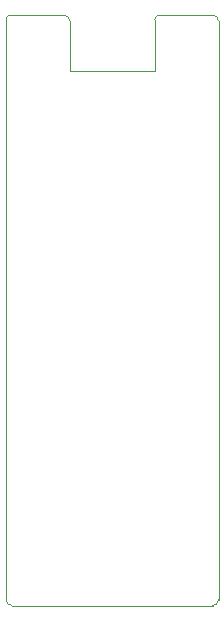
<source format=gm1>
G04 #@! TF.GenerationSoftware,KiCad,Pcbnew,7.0.10*
G04 #@! TF.CreationDate,2024-01-27T03:33:41-06:00*
G04 #@! TF.ProjectId,STM32H503CBT6,53544d33-3248-4353-9033-434254362e6b,rev?*
G04 #@! TF.SameCoordinates,Original*
G04 #@! TF.FileFunction,Profile,NP*
%FSLAX46Y46*%
G04 Gerber Fmt 4.6, Leading zero omitted, Abs format (unit mm)*
G04 Created by KiCad (PCBNEW 7.0.10) date 2024-01-27 03:33:41*
%MOMM*%
%LPD*%
G01*
G04 APERTURE LIST*
G04 #@! TA.AperFunction,Profile*
%ADD10C,0.100000*%
G04 #@! TD*
G04 APERTURE END LIST*
D10*
X90300000Y-59700000D02*
X97500000Y-59700000D01*
X84900000Y-55400000D02*
X84900000Y-104500000D01*
X102400000Y-105000000D02*
G75*
G03*
X102900000Y-104500000I0J500000D01*
G01*
X102900000Y-104500000D02*
X102900000Y-55500000D01*
X90296400Y-55500000D02*
G75*
G03*
X89796447Y-55000000I-500000J0D01*
G01*
X85300000Y-55000000D02*
G75*
G03*
X84900000Y-55400000I0J-400000D01*
G01*
X89796447Y-55000000D02*
X85300000Y-55000000D01*
X84903553Y-104496447D02*
G75*
G03*
X85403553Y-104996447I500047J47D01*
G01*
X85400000Y-105000000D02*
X102400000Y-105000000D01*
X97500000Y-59700000D02*
X97500000Y-55400000D01*
X97902843Y-55000043D02*
G75*
G03*
X97502843Y-55400000I-43J-399957D01*
G01*
X97902843Y-55000000D02*
X102396447Y-55000000D01*
X90300000Y-55500000D02*
X90300000Y-59700000D01*
X102896400Y-55500000D02*
G75*
G03*
X102396447Y-55000000I-500000J0D01*
G01*
M02*

</source>
